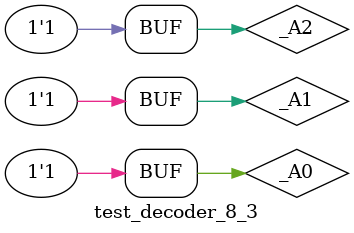
<source format=v>
module decoder_8_3 (A0,A1,A2,Y0,Y1,Y2,Y3,Y4,Y5,Y6,Y7);

input A0,A1,A2;
output Y0,Y1,Y2,Y3,Y4,Y5,Y6,Y7;

wire notA0,notA1,notA2;

not(notA0,A0); not(notA1,A1); not(notA2,A2);

and (Y0,notA0,notA1,notA2);
and (Y1,A0,notA1,notA2);
and (Y2,notA0,A1,notA2);
and (Y3,A0,A1,notA2);
and (Y4,notA0,notA1,A2);
and (Y5,A0,notA1,A2);
and (Y6,notA0,A1,A2);
and (Y7,A0,A1,A2);

endmodule

module test_decoder_8_3;

reg _A0,_A1,_A2;
wire _Y0,_Y1,_Y2,_Y3,_Y4,_Y5,_Y6,_Y7;

decoder_8_3 full(.A0(_A0),.A1(_A1),.A2(_A2),.Y0(_Y0),.Y1(_Y1),.Y2(_Y2),.Y3(_Y3),.Y4(_Y4),.Y5(_Y5),.Y6(_Y6),.Y7(_Y7));

initial begin

_A0=1'b0; _A1=1'b0; _A2=1'b0;

#20
_A0=1'b1; _A1=1'b0; _A2=1'b0;

#20
_A0=1'b0; _A1=1'b1; _A2=1'b0;

#20
_A0=1'b1; _A1=1'b1; _A2=1'b0;

#20
_A0=1'b0; _A1=1'b0; _A2=1'b1;

#20
_A0=1'b1; _A1=1'b0; _A2=1'b1;

#20
_A0=1'b0; _A1=1'b1; _A2=1'b1;

#20
_A0=1'b1; _A1=1'b1; _A2=1'b1;

end
endmodule
</source>
